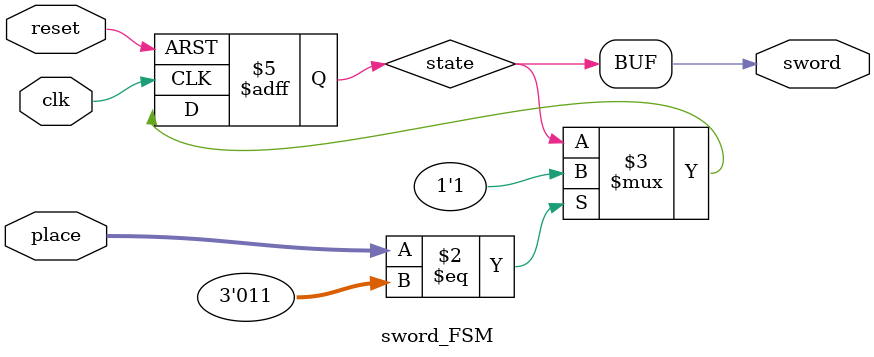
<source format=sv>
module sword_FSM(input logic clk,
                 input logic reset,
                 input logic[2:0] place,
                 output reg sword);
  reg state;

  assign sword = state;

  always @(posedge clk, posedge reset)
      if (reset)
        state <= 1'b0;
      else
        if (place == 3'b011)
          state <= 1'b1;

endmodule

</source>
